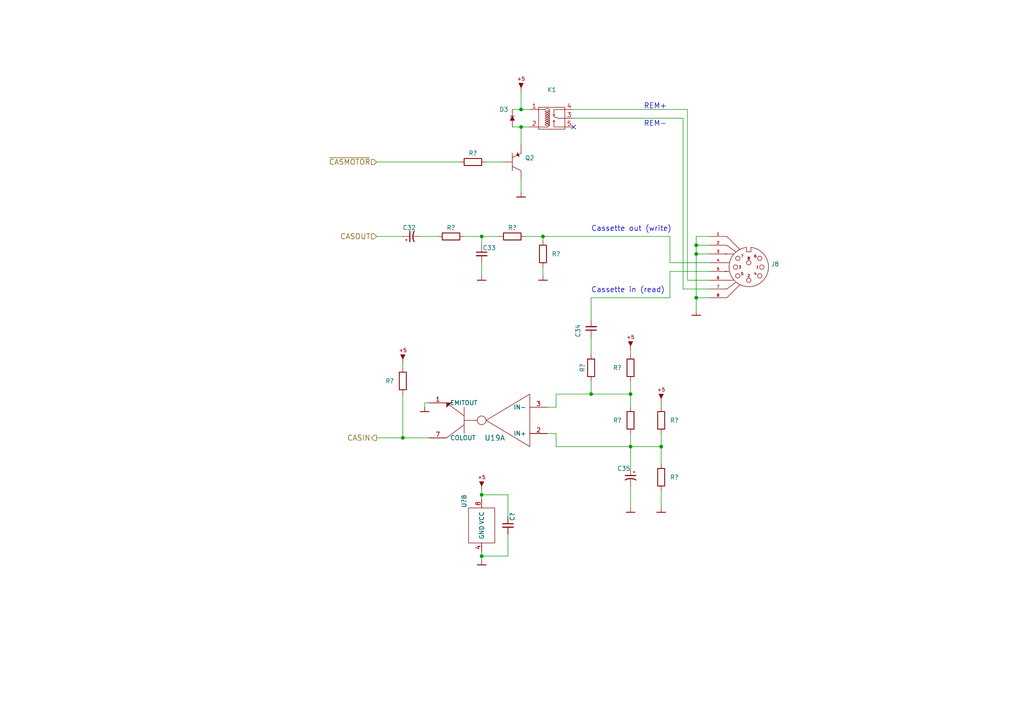
<source format=kicad_sch>
(kicad_sch (version 20211123) (generator eeschema)

  (uuid ba116096-3ccc-4cc8-a185-5325439e4e24)

  (paper "A4")

  (lib_symbols
    (symbol "artemisa:1N4448" (pin_numbers hide) (pin_names (offset 1.016)) (in_bom yes) (on_board yes)
      (property "Reference" "D" (id 0) (at 0 1.905 0)
        (effects (font (size 1.27 1.27)))
      )
      (property "Value" "1N4448" (id 1) (at 0 -1.905 0)
        (effects (font (size 1.27 1.27)))
      )
      (property "Footprint" "" (id 2) (at 1.27 0 0)
        (effects (font (size 1.524 1.524)) hide)
      )
      (property "Datasheet" "" (id 3) (at 1.27 0 0)
        (effects (font (size 1.524 1.524)) hide)
      )
      (symbol "1N4448_0_1"
        (polyline
          (pts
            (xy 0.635 0.635)
            (xy 0.635 -0.635)
          )
          (stroke (width 0) (type default) (color 0 0 0 0))
          (fill (type none))
        )
        (polyline
          (pts
            (xy -0.635 0.635)
            (xy -0.635 -0.635)
            (xy 0.635 0)
            (xy -0.635 0.635)
          )
          (stroke (width 0) (type default) (color 0 0 0 0))
          (fill (type outline))
        )
      )
      (symbol "1N4448_1_1"
        (pin passive line (at -2.54 0 0) (length 1.905)
          (name "~" (effects (font (size 1.27 1.27))))
          (number "1" (effects (font (size 1.27 1.27))))
        )
        (pin passive line (at 2.54 0 180) (length 1.905)
          (name "~" (effects (font (size 1.27 1.27))))
          (number "2" (effects (font (size 1.27 1.27))))
        )
      )
    )
    (symbol "artemisa:2N2907" (pin_numbers hide) (pin_names (offset 1.016) hide) (in_bom yes) (on_board yes)
      (property "Reference" "Q" (id 0) (at -3.81 3.81 0)
        (effects (font (size 1.27 1.27)))
      )
      (property "Value" "2N2907" (id 1) (at 2.54 0 0)
        (effects (font (size 1.27 1.27)))
      )
      (property "Footprint" "" (id 2) (at 0 0 0)
        (effects (font (size 1.524 1.524)) hide)
      )
      (property "Datasheet" "" (id 3) (at 0 0 0)
        (effects (font (size 1.524 1.524)) hide)
      )
      (symbol "2N2907_1_1"
        (polyline
          (pts
            (xy -2.54 -1.27)
            (xy 0 -2.54)
          )
          (stroke (width 0) (type default) (color 0 0 0 0))
          (fill (type none))
        )
        (polyline
          (pts
            (xy -2.54 1.27)
            (xy 0 2.54)
          )
          (stroke (width 0) (type default) (color 0 0 0 0))
          (fill (type none))
        )
        (polyline
          (pts
            (xy -2.54 2.54)
            (xy -2.54 -2.54)
          )
          (stroke (width 0) (type default) (color 0 0 0 0))
          (fill (type none))
        )
        (polyline
          (pts
            (xy -1.27 -1.905)
            (xy -1.016 -2.667)
            (xy -0.508 -1.651)
            (xy -1.27 -1.905)
          )
          (stroke (width 0) (type default) (color 0 0 0 0))
          (fill (type outline))
        )
        (pin input line (at 0 5.08 270) (length 2.54)
          (name "1C" (effects (font (size 1.27 1.27))))
          (number "1" (effects (font (size 1.27 1.27))))
        )
        (pin input line (at -5.08 0 0) (length 2.54)
          (name "B" (effects (font (size 1.27 1.27))))
          (number "2" (effects (font (size 1.27 1.27))))
        )
        (pin input line (at 0 -5.08 90) (length 2.54)
          (name "E" (effects (font (size 1.27 1.27))))
          (number "3" (effects (font (size 1.27 1.27))))
        )
      )
    )
    (symbol "artemisa:CP" (pin_numbers hide) (pin_names (offset 0.254) hide) (in_bom yes) (on_board yes)
      (property "Reference" "C" (id 0) (at 0.254 1.778 0)
        (effects (font (size 1.27 1.27)) (justify left))
      )
      (property "Value" "CP" (id 1) (at 0.254 -2.032 0)
        (effects (font (size 1.27 1.27)) (justify left))
      )
      (property "Footprint" "" (id 2) (at 0 0 0)
        (effects (font (size 1.27 1.27)) hide)
      )
      (property "Datasheet" "" (id 3) (at 0 0 0)
        (effects (font (size 1.27 1.27)) hide)
      )
      (property "ki_fp_filters" "CP_*" (id 4) (at 0 0 0)
        (effects (font (size 1.27 1.27)) hide)
      )
      (symbol "CP_0_1"
        (polyline
          (pts
            (xy -1.524 0.508)
            (xy 1.524 0.508)
          )
          (stroke (width 0.3048) (type default) (color 0 0 0 0))
          (fill (type none))
        )
        (polyline
          (pts
            (xy -1.27 1.524)
            (xy -0.762 1.524)
          )
          (stroke (width 0) (type default) (color 0 0 0 0))
          (fill (type none))
        )
        (polyline
          (pts
            (xy -1.016 1.27)
            (xy -1.016 1.778)
          )
          (stroke (width 0) (type default) (color 0 0 0 0))
          (fill (type none))
        )
        (arc (start 1.524 -0.762) (mid 0 -0.3734) (end -1.524 -0.762)
          (stroke (width 0.3048) (type default) (color 0 0 0 0))
          (fill (type none))
        )
      )
      (symbol "CP_1_1"
        (pin passive line (at 0 2.54 270) (length 2.032)
          (name "~" (effects (font (size 1.27 1.27))))
          (number "1" (effects (font (size 1.27 1.27))))
        )
        (pin passive line (at 0 -2.54 90) (length 2.032)
          (name "~" (effects (font (size 1.27 1.27))))
          (number "2" (effects (font (size 1.27 1.27))))
        )
      )
    )
    (symbol "artemisa:Cap" (pin_numbers hide) (pin_names (offset 0.254) hide) (in_bom yes) (on_board yes)
      (property "Reference" "C" (id 0) (at 0.254 1.778 0)
        (effects (font (size 1.27 1.27)) (justify left))
      )
      (property "Value" "Cap" (id 1) (at 0.254 -2.032 0)
        (effects (font (size 1.27 1.27)) (justify left))
      )
      (property "Footprint" "" (id 2) (at 0 0 0)
        (effects (font (size 1.27 1.27)) hide)
      )
      (property "Datasheet" "" (id 3) (at 0 0 0)
        (effects (font (size 1.27 1.27)) hide)
      )
      (property "ki_fp_filters" "C_*" (id 4) (at 0 0 0)
        (effects (font (size 1.27 1.27)) hide)
      )
      (symbol "Cap_0_1"
        (polyline
          (pts
            (xy -1.524 -0.508)
            (xy 1.524 -0.508)
          )
          (stroke (width 0.3302) (type default) (color 0 0 0 0))
          (fill (type none))
        )
        (polyline
          (pts
            (xy -1.524 0.508)
            (xy 1.524 0.508)
          )
          (stroke (width 0.3048) (type default) (color 0 0 0 0))
          (fill (type none))
        )
      )
      (symbol "Cap_1_1"
        (pin passive line (at 0 2.54 270) (length 2.032)
          (name "~" (effects (font (size 1.27 1.27))))
          (number "1" (effects (font (size 1.27 1.27))))
        )
        (pin passive line (at 0 -2.54 90) (length 2.032)
          (name "~" (effects (font (size 1.27 1.27))))
          (number "2" (effects (font (size 1.27 1.27))))
        )
      )
    )
    (symbol "artemisa:DIN8" (pin_names (offset 1.27) hide) (in_bom yes) (on_board yes)
      (property "Reference" "J" (id 0) (at 1.905 6.985 0)
        (effects (font (size 1.27 1.27)))
      )
      (property "Value" "DIN8" (id 1) (at 3.81 -6.985 0)
        (effects (font (size 1.27 1.27)))
      )
      (property "Footprint" "" (id 2) (at 0 0 0)
        (effects (font (size 1.27 1.27)) hide)
      )
      (property "Datasheet" "" (id 3) (at 0 0 0)
        (effects (font (size 1.27 1.27)) hide)
      )
      (symbol "DIN8_0_0"
        (polyline
          (pts
            (xy -0.635 5.715)
            (xy -0.635 4.445)
            (xy 0.635 4.445)
            (xy 0.635 5.715)
          )
          (stroke (width 0) (type default) (color 0 0 0 0))
          (fill (type none))
        )
        (text "1" (at 2.54 0 0)
          (effects (font (size 0.762 0.762)))
        )
        (text "2" (at 0 -2.54 0)
          (effects (font (size 0.762 0.762)))
        )
        (text "3" (at -2.54 0 0)
          (effects (font (size 0.762 0.762)))
        )
        (text "4" (at 1.905 -1.905 0)
          (effects (font (size 0.762 0.762)))
        )
        (text "5" (at -1.905 -1.905 0)
          (effects (font (size 0.762 0.762)))
        )
        (text "6" (at 1.905 3.175 0)
          (effects (font (size 0.762 0.762)))
        )
        (text "7" (at -1.905 3.175 0)
          (effects (font (size 0.762 0.762)))
        )
        (text "8" (at 0 2.54 0)
          (effects (font (size 0.762 0.762)))
        )
      )
      (symbol "DIN8_0_1"
        (arc (start -5.715 0) (mid 0 -5.715) (end 5.715 0)
          (stroke (width 0) (type default) (color 0 0 0 0))
          (fill (type none))
        )
        (circle (center -3.81 0) (radius 0.635)
          (stroke (width 0) (type default) (color 0 0 0 0))
          (fill (type none))
        )
        (circle (center -3.175 -2.54) (radius 0.635)
          (stroke (width 0) (type default) (color 0 0 0 0))
          (fill (type none))
        )
        (circle (center -3.175 2.54) (radius 0.635)
          (stroke (width 0) (type default) (color 0 0 0 0))
          (fill (type none))
        )
        (arc (start -0.635 5.715) (mid -4.2603 3.8255) (end -5.715 0)
          (stroke (width 0) (type default) (color 0 0 0 0))
          (fill (type none))
        )
        (circle (center 0 -3.81) (radius 0.635)
          (stroke (width 0) (type default) (color 0 0 0 0))
          (fill (type none))
        )
        (polyline
          (pts
            (xy -6.985 -3.81)
            (xy -4.445 -3.81)
          )
          (stroke (width 0) (type default) (color 0 0 0 0))
          (fill (type none))
        )
        (polyline
          (pts
            (xy -6.985 -1.27)
            (xy -5.715 -1.27)
          )
          (stroke (width 0) (type default) (color 0 0 0 0))
          (fill (type none))
        )
        (polyline
          (pts
            (xy -6.985 1.27)
            (xy -5.715 1.27)
          )
          (stroke (width 0) (type default) (color 0 0 0 0))
          (fill (type none))
        )
        (polyline
          (pts
            (xy -6.985 3.81)
            (xy -4.445 3.81)
          )
          (stroke (width 0) (type default) (color 0 0 0 0))
          (fill (type none))
        )
        (polyline
          (pts
            (xy -6.35 -8.89)
            (xy -2.54 -5.08)
          )
          (stroke (width 0) (type default) (color 0 0 0 0))
          (fill (type none))
        )
        (polyline
          (pts
            (xy -6.35 -6.35)
            (xy -3.81 -4.445)
          )
          (stroke (width 0) (type default) (color 0 0 0 0))
          (fill (type none))
        )
        (polyline
          (pts
            (xy -6.35 6.35)
            (xy -3.81 4.445)
          )
          (stroke (width 0) (type default) (color 0 0 0 0))
          (fill (type none))
        )
        (polyline
          (pts
            (xy -6.35 8.89)
            (xy -2.54 5.08)
          )
          (stroke (width 0) (type default) (color 0 0 0 0))
          (fill (type none))
        )
        (circle (center 0 1.27) (radius 0.635)
          (stroke (width 0) (type default) (color 0 0 0 0))
          (fill (type none))
        )
        (circle (center 3.175 -2.54) (radius 0.635)
          (stroke (width 0) (type default) (color 0 0 0 0))
          (fill (type none))
        )
        (circle (center 3.175 2.54) (radius 0.635)
          (stroke (width 0) (type default) (color 0 0 0 0))
          (fill (type none))
        )
        (circle (center 3.81 0) (radius 0.635)
          (stroke (width 0) (type default) (color 0 0 0 0))
          (fill (type none))
        )
        (arc (start 5.715 0) (mid 4.2698 3.8339) (end 0.635 5.715)
          (stroke (width 0) (type default) (color 0 0 0 0))
          (fill (type none))
        )
      )
      (symbol "DIN8_1_1"
        (pin input line (at -11.43 8.89 0) (length 5.08)
          (name "1" (effects (font (size 1.27 1.27))))
          (number "1" (effects (font (size 0.762 0.762))))
        )
        (pin input line (at -11.43 6.35 0) (length 5.08)
          (name "2" (effects (font (size 1.27 1.27))))
          (number "2" (effects (font (size 0.762 0.762))))
        )
        (pin input line (at -11.43 3.81 0) (length 5.08)
          (name "3" (effects (font (size 1.27 1.27))))
          (number "3" (effects (font (size 0.762 0.762))))
        )
        (pin input line (at -11.43 1.27 0) (length 5.08)
          (name "4" (effects (font (size 1.27 1.27))))
          (number "4" (effects (font (size 0.762 0.762))))
        )
        (pin input line (at -11.43 -1.27 0) (length 5.08)
          (name "5" (effects (font (size 1.27 1.27))))
          (number "5" (effects (font (size 0.762 0.762))))
        )
        (pin input line (at -11.43 -3.81 0) (length 5.08)
          (name "6" (effects (font (size 1.27 1.27))))
          (number "6" (effects (font (size 0.762 0.762))))
        )
        (pin input line (at -11.43 -6.35 0) (length 5.08)
          (name "7" (effects (font (size 1.27 1.27))))
          (number "7" (effects (font (size 0.762 0.762))))
        )
        (pin input line (at -11.43 -8.89 0) (length 5.08)
          (name "8" (effects (font (size 1.27 1.27))))
          (number "8" (effects (font (size 0.762 0.762))))
        )
      )
    )
    (symbol "artemisa:GND" (power) (pin_numbers hide) (pin_names (offset 0) hide) (in_bom yes) (on_board yes)
      (property "Reference" "#PWR" (id 0) (at 0 -2.54 0)
        (effects (font (size 1.524 1.524)) hide)
      )
      (property "Value" "GND" (id 1) (at 0 2.54 0)
        (effects (font (size 1.524 1.524)) hide)
      )
      (property "Footprint" "" (id 2) (at 0 0 0)
        (effects (font (size 1.524 1.524)) hide)
      )
      (property "Datasheet" "" (id 3) (at 0 0 0)
        (effects (font (size 1.524 1.524)) hide)
      )
      (symbol "GND_0_1"
        (polyline
          (pts
            (xy -1.27 -1.27)
            (xy 1.27 -1.27)
          )
          (stroke (width 0.254) (type default) (color 0 0 0 0))
          (fill (type none))
        )
      )
      (symbol "GND_1_1"
        (pin power_in line (at 0 0 270) (length 1.27)
          (name "GND" (effects (font (size 1.27 1.27))))
          (number "~" (effects (font (size 1.27 1.27))))
        )
      )
    )
    (symbol "artemisa:LM311" (pin_names (offset 1.016)) (in_bom yes) (on_board yes)
      (property "Reference" "U" (id 0) (at -6.35 5.08 0)
        (effects (font (size 1.524 1.524)))
      )
      (property "Value" "LM311" (id 1) (at -5.08 -6.35 0)
        (effects (font (size 1.524 1.524)))
      )
      (property "Footprint" "" (id 2) (at 0 0 0)
        (effects (font (size 1.524 1.524)) hide)
      )
      (property "Datasheet" "" (id 3) (at 0 0 0)
        (effects (font (size 1.524 1.524)) hide)
      )
      (symbol "LM311_1_1"
        (polyline
          (pts
            (xy 1.27 0)
            (xy 5.08 0)
          )
          (stroke (width 0) (type default) (color 0 0 0 0))
          (fill (type none))
        )
        (polyline
          (pts
            (xy 5.08 -1.27)
            (xy 10.16 -5.08)
          )
          (stroke (width 0) (type default) (color 0 0 0 0))
          (fill (type none))
        )
        (polyline
          (pts
            (xy 5.08 1.27)
            (xy 10.16 5.08)
          )
          (stroke (width 0) (type default) (color 0 0 0 0))
          (fill (type none))
        )
        (polyline
          (pts
            (xy 5.08 3.81)
            (xy 5.08 -3.81)
          )
          (stroke (width 0) (type default) (color 0 0 0 0))
          (fill (type none))
        )
        (polyline
          (pts
            (xy -1.27 0)
            (xy -13.97 -7.62)
            (xy -13.97 7.62)
            (xy -1.27 0)
          )
          (stroke (width 0) (type default) (color 0 0 0 0))
          (fill (type none))
        )
        (polyline
          (pts
            (xy 10.16 -5.08)
            (xy 10.16 -3.81)
            (xy 8.89 -5.08)
            (xy 10.16 -5.08)
          )
          (stroke (width 0) (type default) (color 0 0 0 0))
          (fill (type outline))
        )
        (circle (center 0 0) (radius 1.27)
          (stroke (width 0) (type default) (color 0 0 0 0))
          (fill (type none))
        )
        (pin passive line (at 15.24 -5.08 180) (length 5.08)
          (name "EMITOUT" (effects (font (size 1.27 1.27))))
          (number "1" (effects (font (size 1.27 1.27))))
        )
        (pin input line (at -19.05 3.81 0) (length 5.08)
          (name "IN+" (effects (font (size 1.27 1.27))))
          (number "2" (effects (font (size 1.27 1.27))))
        )
        (pin input line (at -19.05 -3.81 0) (length 5.08)
          (name "IN-" (effects (font (size 1.27 1.27))))
          (number "3" (effects (font (size 1.27 1.27))))
        )
        (pin no_connect line (at -13.97 -12.7 90) (length 5.08) hide
          (name "BALANCE" (effects (font (size 1.27 1.27))))
          (number "5" (effects (font (size 1.27 1.27))))
        )
        (pin no_connect line (at -13.97 12.7 270) (length 5.08) hide
          (name "BALSTRB" (effects (font (size 1.27 1.27))))
          (number "6" (effects (font (size 1.27 1.27))))
        )
        (pin output line (at 15.24 5.08 180) (length 5.08)
          (name "COLOUT" (effects (font (size 1.27 1.27))))
          (number "7" (effects (font (size 1.27 1.27))))
        )
      )
      (symbol "LM311_2_1"
        (rectangle (start -11.43 -5.08) (end -3.81 5.08)
          (stroke (width 0) (type default) (color 0 0 0 0))
          (fill (type none))
        )
        (pin power_in line (at -7.62 -7.62 90) (length 2.54)
          (name "GND" (effects (font (size 1.27 1.27))))
          (number "4" (effects (font (size 1.27 1.27))))
        )
        (pin power_in line (at -7.62 7.62 270) (length 2.54)
          (name "VCC" (effects (font (size 1.27 1.27))))
          (number "8" (effects (font (size 1.27 1.27))))
        )
      )
    )
    (symbol "artemisa:R" (pin_numbers hide) (pin_names (offset 1.016)) (in_bom yes) (on_board yes)
      (property "Reference" "R" (id 0) (at 0 -2.54 0)
        (effects (font (size 1.524 1.524)))
      )
      (property "Value" "R" (id 1) (at 0 0 0)
        (effects (font (size 1.016 1.016)))
      )
      (property "Footprint" "" (id 2) (at 0 0 90)
        (effects (font (size 1.524 1.524)) hide)
      )
      (property "Datasheet" "" (id 3) (at 0 0 90)
        (effects (font (size 1.524 1.524)) hide)
      )
      (symbol "R_1_1"
        (rectangle (start 2.54 -1.016) (end -2.54 1.016)
          (stroke (width 0.254) (type default) (color 0 0 0 0))
          (fill (type none))
        )
        (pin passive line (at -3.81 0 0) (length 1.27)
          (name "~" (effects (font (size 1.27 1.27))))
          (number "1" (effects (font (size 1.27 1.27))))
        )
        (pin passive line (at 3.81 0 180) (length 1.27)
          (name "~" (effects (font (size 1.27 1.27))))
          (number "2" (effects (font (size 1.27 1.27))))
        )
      )
    )
    (symbol "artemisa:Relay" (pin_names (offset 1.016)) (in_bom yes) (on_board yes)
      (property "Reference" "K" (id 0) (at 0 5.08 0)
        (effects (font (size 1.27 1.27)))
      )
      (property "Value" "Relay" (id 1) (at 0 -5.08 0)
        (effects (font (size 1.27 1.27)))
      )
      (property "Footprint" "" (id 2) (at 0.635 1.27 0)
        (effects (font (size 1.27 1.27)) hide)
      )
      (property "Datasheet" "" (id 3) (at 0.635 1.27 0)
        (effects (font (size 1.27 1.27)) hide)
      )
      (symbol "Relay_0_1"
        (rectangle (start -3.81 3.175) (end 3.81 -3.175)
          (stroke (width 0) (type default) (color 0 0 0 0))
          (fill (type none))
        )
        (arc (start -1.905 -2.54) (mid -1.1194 -2.5285) (end -0.635 -1.905)
          (stroke (width 0) (type default) (color 0 0 0 0))
          (fill (type none))
        )
        (arc (start -1.905 1.905) (mid -1.0575 1.7892) (end -0.635 2.54)
          (stroke (width 0) (type default) (color 0 0 0 0))
          (fill (type none))
        )
        (arc (start -0.635 1.905) (mid -1.27 2.168) (end -1.905 1.905)
          (stroke (width 0) (type default) (color 0 0 0 0))
          (fill (type none))
        )
        (arc (start -0.635 2.54) (mid -1.27 2.803) (end -1.905 2.54)
          (stroke (width 0) (type default) (color 0 0 0 0))
          (fill (type none))
        )
        (polyline
          (pts
            (xy -2.54 2.54)
            (xy -3.81 2.54)
          )
          (stroke (width 0) (type default) (color 0 0 0 0))
          (fill (type none))
        )
        (polyline
          (pts
            (xy -1.905 -2.54)
            (xy -3.81 -2.54)
          )
          (stroke (width 0) (type default) (color 0 0 0 0))
          (fill (type none))
        )
        (polyline
          (pts
            (xy -1.905 2.54)
            (xy -2.54 2.54)
          )
          (stroke (width 0) (type default) (color 0 0 0 0))
          (fill (type none))
        )
        (polyline
          (pts
            (xy 0.635 -0.635)
            (xy 0.381 -1.016)
          )
          (stroke (width 0) (type default) (color 0 0 0 0))
          (fill (type none))
        )
        (polyline
          (pts
            (xy 0.635 -0.635)
            (xy 0.889 -1.016)
          )
          (stroke (width 0) (type default) (color 0 0 0 0))
          (fill (type none))
        )
        (polyline
          (pts
            (xy 0.635 0.381)
            (xy 1.905 0)
          )
          (stroke (width 0) (type default) (color 0 0 0 0))
          (fill (type none))
        )
        (polyline
          (pts
            (xy 0.635 0.635)
            (xy 0.381 1.016)
          )
          (stroke (width 0) (type default) (color 0 0 0 0))
          (fill (type none))
        )
        (polyline
          (pts
            (xy 0.635 0.635)
            (xy 0.889 1.016)
          )
          (stroke (width 0) (type default) (color 0 0 0 0))
          (fill (type none))
        )
        (polyline
          (pts
            (xy 1.905 0)
            (xy 2.54 0)
          )
          (stroke (width 0) (type default) (color 0 0 0 0))
          (fill (type none))
        )
        (polyline
          (pts
            (xy 2.54 0)
            (xy 3.81 0)
          )
          (stroke (width 0) (type default) (color 0 0 0 0))
          (fill (type none))
        )
        (polyline
          (pts
            (xy 0.635 -0.635)
            (xy 0.635 -2.54)
            (xy 3.81 -2.54)
          )
          (stroke (width 0) (type default) (color 0 0 0 0))
          (fill (type none))
        )
        (polyline
          (pts
            (xy 0.635 0.635)
            (xy 0.635 2.54)
            (xy 3.81 2.54)
          )
          (stroke (width 0) (type default) (color 0 0 0 0))
          (fill (type none))
        )
      )
      (symbol "Relay_1_1"
        (arc (start -1.905 -1.905) (mid -1.0575 -2.0208) (end -0.635 -1.27)
          (stroke (width 0) (type default) (color 0 0 0 0))
          (fill (type none))
        )
        (arc (start -1.905 -1.27) (mid -1.0575 -1.3858) (end -0.635 -0.635)
          (stroke (width 0) (type default) (color 0 0 0 0))
          (fill (type none))
        )
        (arc (start -1.905 -0.635) (mid -1.0575 -0.7508) (end -0.635 0)
          (stroke (width 0) (type default) (color 0 0 0 0))
          (fill (type none))
        )
        (arc (start -1.905 0) (mid -1.0575 -0.1158) (end -0.635 0.635)
          (stroke (width 0) (type default) (color 0 0 0 0))
          (fill (type none))
        )
        (arc (start -1.905 0.635) (mid -1.0575 0.5192) (end -0.635 1.27)
          (stroke (width 0) (type default) (color 0 0 0 0))
          (fill (type none))
        )
        (arc (start -1.905 1.27) (mid -1.0575 1.1542) (end -0.635 1.905)
          (stroke (width 0) (type default) (color 0 0 0 0))
          (fill (type none))
        )
        (arc (start -0.635 -1.905) (mid -1.27 -1.642) (end -1.905 -1.905)
          (stroke (width 0) (type default) (color 0 0 0 0))
          (fill (type none))
        )
        (arc (start -0.635 -1.27) (mid -1.27 -1.007) (end -1.905 -1.27)
          (stroke (width 0) (type default) (color 0 0 0 0))
          (fill (type none))
        )
        (arc (start -0.635 -0.635) (mid -1.27 -0.372) (end -1.905 -0.635)
          (stroke (width 0) (type default) (color 0 0 0 0))
          (fill (type none))
        )
        (arc (start -0.635 0) (mid -1.27 0.263) (end -1.905 0)
          (stroke (width 0) (type default) (color 0 0 0 0))
          (fill (type none))
        )
        (arc (start -0.635 0.635) (mid -1.27 0.898) (end -1.905 0.635)
          (stroke (width 0) (type default) (color 0 0 0 0))
          (fill (type none))
        )
        (arc (start -0.635 1.27) (mid -1.27 1.533) (end -1.905 1.27)
          (stroke (width 0) (type default) (color 0 0 0 0))
          (fill (type none))
        )
        (pin input line (at -6.35 2.54 0) (length 2.54)
          (name "~" (effects (font (size 1.27 1.27))))
          (number "1" (effects (font (size 1.27 1.27))))
        )
        (pin input line (at -6.35 -2.54 0) (length 2.54)
          (name "~" (effects (font (size 1.27 1.27))))
          (number "2" (effects (font (size 1.27 1.27))))
        )
        (pin passive line (at 6.35 0 180) (length 2.54)
          (name "~" (effects (font (size 1.27 1.27))))
          (number "3" (effects (font (size 1.27 1.27))))
        )
        (pin passive line (at 6.35 2.54 180) (length 2.54)
          (name "~" (effects (font (size 1.27 1.27))))
          (number "4" (effects (font (size 1.27 1.27))))
        )
        (pin passive line (at 6.35 -2.54 180) (length 2.54)
          (name "~" (effects (font (size 1.27 1.27))))
          (number "5" (effects (font (size 1.27 1.27))))
        )
      )
    )
    (symbol "artemisa:VCC" (power) (pin_numbers hide) (pin_names (offset 0) hide) (in_bom yes) (on_board yes)
      (property "Reference" "#PWR" (id 0) (at 0 -1.27 0)
        (effects (font (size 1.524 1.524)) hide)
      )
      (property "Value" "VCC" (id 1) (at 0 6.35 0)
        (effects (font (size 1.524 1.524)) hide)
      )
      (property "Footprint" "" (id 2) (at 0 0 0)
        (effects (font (size 1.524 1.524)) hide)
      )
      (property "Datasheet" "" (id 3) (at 0 0 0)
        (effects (font (size 1.524 1.524)) hide)
      )
      (symbol "VCC_0_0"
        (text "+5" (at 0 3.81 0)
          (effects (font (size 1.016 1.016)))
        )
      )
      (symbol "VCC_0_1"
        (polyline
          (pts
            (xy 0 1.27)
            (xy 0.635 2.54)
            (xy -0.635 2.54)
            (xy 0 1.27)
          )
          (stroke (width 0) (type default) (color 0 0 0 0))
          (fill (type outline))
        )
      )
      (symbol "VCC_1_1"
        (pin power_in line (at 0 0 90) (length 1.27)
          (name "~" (effects (font (size 1.27 1.27))))
          (number "~" (effects (font (size 1.27 1.27))))
        )
      )
    )
  )

  (junction (at 151.13 36.83) (diameter 0) (color 0 0 0 0)
    (uuid 09c6ca89-863f-42d4-867e-9a769c316610)
  )
  (junction (at 182.88 129.54) (diameter 0) (color 0 0 0 0)
    (uuid 0a5610bb-d01a-4417-8271-dc424dd2c838)
  )
  (junction (at 139.7 143.51) (diameter 0) (color 0 0 0 0)
    (uuid 2d617fad-47fe-4db9-836a-4bceb9c31c3b)
  )
  (junction (at 151.13 31.75) (diameter 0) (color 0 0 0 0)
    (uuid 300aa512-2f66-4c26-a530-50c091b3a099)
  )
  (junction (at 139.7 161.29) (diameter 0) (color 0 0 0 0)
    (uuid 6316acb7-63a1-40e7-8695-2822d4a240b5)
  )
  (junction (at 201.93 71.12) (diameter 0) (color 0 0 0 0)
    (uuid 6b8ac91e-9d2b-49db-8a80-1da009ad1c5e)
  )
  (junction (at 182.88 114.3) (diameter 0) (color 0 0 0 0)
    (uuid 6f5a9f10-1b2c-4916-b4e5-cb5bd0f851a0)
  )
  (junction (at 116.84 127) (diameter 0) (color 0 0 0 0)
    (uuid 93ac15d8-5f91-4361-acff-be4992b93b51)
  )
  (junction (at 201.93 86.36) (diameter 0) (color 0 0 0 0)
    (uuid 9a595c4c-9ac1-4ae3-8ff3-1b7f2281a894)
  )
  (junction (at 201.93 73.66) (diameter 0) (color 0 0 0 0)
    (uuid 9b07d532-5f76-4469-8dbf-25ac27eef589)
  )
  (junction (at 139.7 68.58) (diameter 0) (color 0 0 0 0)
    (uuid c3a69550-c4fa-45d1-9aba-0bba47699cca)
  )
  (junction (at 191.77 129.54) (diameter 0) (color 0 0 0 0)
    (uuid d5f4d798-57d3-493b-b57c-3b6e89508879)
  )
  (junction (at 171.45 114.3) (diameter 0) (color 0 0 0 0)
    (uuid dd6c35f3-ae45-4706-ad6f-8028797ca8e0)
  )
  (junction (at 157.48 68.58) (diameter 0) (color 0 0 0 0)
    (uuid e0d7c1d9-102e-4758-a8b7-ff248f1ce315)
  )

  (no_connect (at 166.37 36.83) (uuid 8615dae0-65cf-4932-8e6f-9a0f32429a5e))

  (wire (pts (xy 171.45 86.36) (xy 171.45 92.71))
    (stroke (width 0) (type default) (color 0 0 0 0))
    (uuid 07652224-af43-42a2-841c-1883ba305bc4)
  )
  (wire (pts (xy 153.67 36.83) (xy 151.13 36.83))
    (stroke (width 0) (type default) (color 0 0 0 0))
    (uuid 11c7c8d4-4c4b-4330-bb59-1eec2e98b255)
  )
  (wire (pts (xy 205.74 81.28) (xy 199.39 81.28))
    (stroke (width 0) (type default) (color 0 0 0 0))
    (uuid 21573090-1953-4b11-9042-108ae79fe9c5)
  )
  (wire (pts (xy 139.7 68.58) (xy 144.78 68.58))
    (stroke (width 0) (type default) (color 0 0 0 0))
    (uuid 232ccf4f-3322-4e62-990b-290e6ff36fcd)
  )
  (wire (pts (xy 151.13 36.83) (xy 148.59 36.83))
    (stroke (width 0) (type default) (color 0 0 0 0))
    (uuid 28b01cd2-da3a-46ec-8825-b0f31a0b8987)
  )
  (wire (pts (xy 124.46 116.84) (xy 123.19 116.84))
    (stroke (width 0) (type default) (color 0 0 0 0))
    (uuid 2ba25c40-ea42-478e-9150-1d94fa1c8ae9)
  )
  (wire (pts (xy 205.74 83.82) (xy 198.12 83.82))
    (stroke (width 0) (type default) (color 0 0 0 0))
    (uuid 2cd3975a-2259-4fa9-8133-e1586b9b9618)
  )
  (wire (pts (xy 139.7 143.51) (xy 139.7 144.78))
    (stroke (width 0) (type default) (color 0 0 0 0))
    (uuid 2e36ce87-4661-4b8f-956a-16dc559e1b50)
  )
  (wire (pts (xy 152.4 68.58) (xy 157.48 68.58))
    (stroke (width 0) (type default) (color 0 0 0 0))
    (uuid 31bfc3e7-147b-4531-a0c5-e3a305c1647d)
  )
  (wire (pts (xy 182.88 110.49) (xy 182.88 114.3))
    (stroke (width 0) (type default) (color 0 0 0 0))
    (uuid 348dc703-3cab-4547-b664-e8b335a6083c)
  )
  (wire (pts (xy 151.13 36.83) (xy 151.13 41.91))
    (stroke (width 0) (type default) (color 0 0 0 0))
    (uuid 34ddb753-e57c-4ca8-a67b-d7cdf62cae93)
  )
  (wire (pts (xy 171.45 114.3) (xy 161.29 114.3))
    (stroke (width 0) (type default) (color 0 0 0 0))
    (uuid 39845449-7a31-4262-86b1-e7af14a6659f)
  )
  (wire (pts (xy 205.74 73.66) (xy 201.93 73.66))
    (stroke (width 0) (type default) (color 0 0 0 0))
    (uuid 3c121a93-b189-409b-a104-2bdd37ff0b51)
  )
  (wire (pts (xy 205.74 71.12) (xy 201.93 71.12))
    (stroke (width 0) (type default) (color 0 0 0 0))
    (uuid 3d416885-b8b5-4f5c-bc29-39c6376095e8)
  )
  (wire (pts (xy 161.29 118.11) (xy 158.75 118.11))
    (stroke (width 0) (type default) (color 0 0 0 0))
    (uuid 3f1ab70d-3263-42b5-9c61-0360188ff2b7)
  )
  (wire (pts (xy 116.84 114.3) (xy 116.84 127))
    (stroke (width 0) (type default) (color 0 0 0 0))
    (uuid 42b61d5b-39d6-462b-b2cc-57656078085f)
  )
  (wire (pts (xy 191.77 116.84) (xy 191.77 118.11))
    (stroke (width 0) (type default) (color 0 0 0 0))
    (uuid 42ecdba3-f348-4384-8d4b-cd21e56f3613)
  )
  (wire (pts (xy 139.7 76.2) (xy 139.7 80.01))
    (stroke (width 0) (type default) (color 0 0 0 0))
    (uuid 44b926bf-8bdd-4191-846d-2dfabab2cecb)
  )
  (wire (pts (xy 151.13 31.75) (xy 153.67 31.75))
    (stroke (width 0) (type default) (color 0 0 0 0))
    (uuid 46491a9d-8b3d-4c74-b09a-70c876f162e5)
  )
  (wire (pts (xy 147.32 143.51) (xy 147.32 149.86))
    (stroke (width 0) (type default) (color 0 0 0 0))
    (uuid 4688ff87-8262-46f4-ad96-b5f4e529cfa9)
  )
  (wire (pts (xy 157.48 68.58) (xy 157.48 69.85))
    (stroke (width 0) (type default) (color 0 0 0 0))
    (uuid 49488c82-6277-4d05-a051-6a9df142c373)
  )
  (wire (pts (xy 147.32 161.29) (xy 139.7 161.29))
    (stroke (width 0) (type default) (color 0 0 0 0))
    (uuid 4d3a1f72-d521-46ae-8fe1-3f8221038335)
  )
  (wire (pts (xy 205.74 68.58) (xy 201.93 68.58))
    (stroke (width 0) (type default) (color 0 0 0 0))
    (uuid 4d967454-338c-4b89-8534-9457e15bf2f2)
  )
  (wire (pts (xy 194.31 78.74) (xy 194.31 86.36))
    (stroke (width 0) (type default) (color 0 0 0 0))
    (uuid 4f2f68c4-6fa0-45ce-b5c2-e911daddcd12)
  )
  (wire (pts (xy 199.39 81.28) (xy 199.39 31.75))
    (stroke (width 0) (type default) (color 0 0 0 0))
    (uuid 53719fc4-141e-4c58-98cd-ab3bf9a4e1c0)
  )
  (wire (pts (xy 139.7 68.58) (xy 139.7 71.12))
    (stroke (width 0) (type default) (color 0 0 0 0))
    (uuid 58126faf-01a4-4f91-8e8c-ca9e47b48048)
  )
  (wire (pts (xy 182.88 101.6) (xy 182.88 102.87))
    (stroke (width 0) (type default) (color 0 0 0 0))
    (uuid 5a33f5a4-a470-4c04-9e2d-532b5f01a5d6)
  )
  (wire (pts (xy 133.35 46.99) (xy 109.22 46.99))
    (stroke (width 0) (type default) (color 0 0 0 0))
    (uuid 5a397f61-35c4-4c18-9dcd-73a2d44cc9af)
  )
  (wire (pts (xy 151.13 31.75) (xy 148.59 31.75))
    (stroke (width 0) (type default) (color 0 0 0 0))
    (uuid 5bbde4f9-fcdb-4d27-a2d6-3847fcdd87ba)
  )
  (wire (pts (xy 140.97 46.99) (xy 146.05 46.99))
    (stroke (width 0) (type default) (color 0 0 0 0))
    (uuid 5cff09b0-b3d4-41a7-a6a4-7f917b40eda9)
  )
  (wire (pts (xy 194.31 68.58) (xy 194.31 76.2))
    (stroke (width 0) (type default) (color 0 0 0 0))
    (uuid 5eedf685-0df3-4da8-aded-0e6ed1cb2507)
  )
  (wire (pts (xy 121.92 68.58) (xy 127 68.58))
    (stroke (width 0) (type default) (color 0 0 0 0))
    (uuid 63286bbb-78a3-4368-a50a-f6bf5f1653b0)
  )
  (wire (pts (xy 161.29 125.73) (xy 158.75 125.73))
    (stroke (width 0) (type default) (color 0 0 0 0))
    (uuid 692d87e9-6b70-46cc-9c78-b75193a484cc)
  )
  (wire (pts (xy 139.7 160.02) (xy 139.7 161.29))
    (stroke (width 0) (type default) (color 0 0 0 0))
    (uuid 6ce41a48-c5e2-4d5f-8548-1c7b5c309a8a)
  )
  (wire (pts (xy 191.77 129.54) (xy 191.77 134.62))
    (stroke (width 0) (type default) (color 0 0 0 0))
    (uuid 6d7ff8c0-8a2a-4636-844f-c7210ff3e6f2)
  )
  (wire (pts (xy 198.12 83.82) (xy 198.12 34.29))
    (stroke (width 0) (type default) (color 0 0 0 0))
    (uuid 70abf340-8b3e-403e-a5e2-d8f35caa2f87)
  )
  (wire (pts (xy 182.88 129.54) (xy 182.88 135.89))
    (stroke (width 0) (type default) (color 0 0 0 0))
    (uuid 74012f9c-57f0-452a-9ea1-1e3437e264b8)
  )
  (wire (pts (xy 182.88 114.3) (xy 171.45 114.3))
    (stroke (width 0) (type default) (color 0 0 0 0))
    (uuid 7d2eba81-aa80-4257-a5a7-9a6179da897e)
  )
  (wire (pts (xy 198.12 34.29) (xy 166.37 34.29))
    (stroke (width 0) (type default) (color 0 0 0 0))
    (uuid 7de6564c-7ad6-4d57-a54c-8d2835ff5cdc)
  )
  (wire (pts (xy 201.93 68.58) (xy 201.93 71.12))
    (stroke (width 0) (type default) (color 0 0 0 0))
    (uuid 7eb32ed1-4320-49ba-8487-1c88e4824fe3)
  )
  (wire (pts (xy 116.84 105.41) (xy 116.84 106.68))
    (stroke (width 0) (type default) (color 0 0 0 0))
    (uuid 83e349fb-6338-43f9-ad3f-2e7f4b8bb4a9)
  )
  (wire (pts (xy 139.7 142.24) (xy 139.7 143.51))
    (stroke (width 0) (type default) (color 0 0 0 0))
    (uuid 843b53af-dd34-4db8-aa6b-5035b25affc7)
  )
  (wire (pts (xy 157.48 68.58) (xy 194.31 68.58))
    (stroke (width 0) (type default) (color 0 0 0 0))
    (uuid 90fd611c-300b-48cf-a7c4-0d604953cd00)
  )
  (wire (pts (xy 151.13 52.07) (xy 151.13 55.88))
    (stroke (width 0) (type default) (color 0 0 0 0))
    (uuid 91c82043-0b26-427f-b23c-6094224ddfc2)
  )
  (wire (pts (xy 139.7 143.51) (xy 147.32 143.51))
    (stroke (width 0) (type default) (color 0 0 0 0))
    (uuid 92bd1111-b941-4c03-b7ec-a08a9359bc50)
  )
  (wire (pts (xy 201.93 86.36) (xy 201.93 90.17))
    (stroke (width 0) (type default) (color 0 0 0 0))
    (uuid 94c3d0e3-d7fb-421d-bbb4-5c800d76c809)
  )
  (wire (pts (xy 134.62 68.58) (xy 139.7 68.58))
    (stroke (width 0) (type default) (color 0 0 0 0))
    (uuid 9e136ac4-5d28-4814-9ebf-c30c372bc2ec)
  )
  (wire (pts (xy 191.77 125.73) (xy 191.77 129.54))
    (stroke (width 0) (type default) (color 0 0 0 0))
    (uuid 9f4abbc0-6ac3-48f0-b823-2c1c19349540)
  )
  (wire (pts (xy 205.74 86.36) (xy 201.93 86.36))
    (stroke (width 0) (type default) (color 0 0 0 0))
    (uuid a26bdee6-0e16-4ea6-87f7-fb32c714896e)
  )
  (wire (pts (xy 171.45 114.3) (xy 171.45 110.49))
    (stroke (width 0) (type default) (color 0 0 0 0))
    (uuid a6706c54-6a82-42d1-a6c9-48341690e19d)
  )
  (wire (pts (xy 161.29 129.54) (xy 161.29 125.73))
    (stroke (width 0) (type default) (color 0 0 0 0))
    (uuid aa0466c6-766f-4bb4-abf1-502a6a06f91d)
  )
  (wire (pts (xy 191.77 129.54) (xy 182.88 129.54))
    (stroke (width 0) (type default) (color 0 0 0 0))
    (uuid aae6bc05-6036-4fc6-8be7-c70daf5c8932)
  )
  (wire (pts (xy 201.93 73.66) (xy 201.93 86.36))
    (stroke (width 0) (type default) (color 0 0 0 0))
    (uuid b547dd70-2ea7-4cfd-a1ee-911561975d81)
  )
  (wire (pts (xy 147.32 154.94) (xy 147.32 161.29))
    (stroke (width 0) (type default) (color 0 0 0 0))
    (uuid b66731e7-61d5-4447-bf6a-e91a62b82298)
  )
  (wire (pts (xy 123.19 116.84) (xy 123.19 118.11))
    (stroke (width 0) (type default) (color 0 0 0 0))
    (uuid b7ac5cea-ed28-4028-87d0-45e58c709cf1)
  )
  (wire (pts (xy 171.45 86.36) (xy 194.31 86.36))
    (stroke (width 0) (type default) (color 0 0 0 0))
    (uuid b8e1a8b8-63f0-4e53-a6cb-c8edf9a649c4)
  )
  (wire (pts (xy 182.88 114.3) (xy 182.88 118.11))
    (stroke (width 0) (type default) (color 0 0 0 0))
    (uuid bde3f73b-f869-498d-a8d7-18346cb7179e)
  )
  (wire (pts (xy 171.45 102.87) (xy 171.45 97.79))
    (stroke (width 0) (type default) (color 0 0 0 0))
    (uuid bf8d857b-70bf-41ee-a068-5771461e04e9)
  )
  (wire (pts (xy 157.48 77.47) (xy 157.48 80.01))
    (stroke (width 0) (type default) (color 0 0 0 0))
    (uuid c20aea50-e9e4-4978-b938-d613d445aab7)
  )
  (wire (pts (xy 199.39 31.75) (xy 166.37 31.75))
    (stroke (width 0) (type default) (color 0 0 0 0))
    (uuid c5565d96-c729-4597-a74f-7f75befcc39d)
  )
  (wire (pts (xy 139.7 161.29) (xy 139.7 162.56))
    (stroke (width 0) (type default) (color 0 0 0 0))
    (uuid c56bbebe-0c9a-418d-911e-b8ba7c53125d)
  )
  (wire (pts (xy 201.93 71.12) (xy 201.93 73.66))
    (stroke (width 0) (type default) (color 0 0 0 0))
    (uuid c7f7bd58-1ebd-40fd-a39d-a95530a751b6)
  )
  (wire (pts (xy 151.13 26.67) (xy 151.13 31.75))
    (stroke (width 0) (type default) (color 0 0 0 0))
    (uuid cdfb661b-489b-4b76-99f4-62b92bb1ab18)
  )
  (wire (pts (xy 182.88 140.97) (xy 182.88 147.32))
    (stroke (width 0) (type default) (color 0 0 0 0))
    (uuid d1441985-7b63-4bf8-a06d-c70da2e3b78b)
  )
  (wire (pts (xy 161.29 114.3) (xy 161.29 118.11))
    (stroke (width 0) (type default) (color 0 0 0 0))
    (uuid d2db53d0-2821-4ebe-bf21-b864eac8ca44)
  )
  (wire (pts (xy 182.88 129.54) (xy 161.29 129.54))
    (stroke (width 0) (type default) (color 0 0 0 0))
    (uuid d6040293-95f0-436a-938c-ad69875a4be8)
  )
  (wire (pts (xy 124.46 127) (xy 116.84 127))
    (stroke (width 0) (type default) (color 0 0 0 0))
    (uuid df5c9f6b-a62e-44ba-997f-b2cf3279c7d4)
  )
  (wire (pts (xy 116.84 68.58) (xy 109.22 68.58))
    (stroke (width 0) (type default) (color 0 0 0 0))
    (uuid e4184668-3bdd-4cb2-a053-4f3d5e57b541)
  )
  (wire (pts (xy 191.77 142.24) (xy 191.77 147.32))
    (stroke (width 0) (type default) (color 0 0 0 0))
    (uuid e4504518-96e7-4c9e-8457-7273f5a490f1)
  )
  (wire (pts (xy 182.88 125.73) (xy 182.88 129.54))
    (stroke (width 0) (type default) (color 0 0 0 0))
    (uuid ea28e946-b74f-4ba8-ac7b-b1884c5e7296)
  )
  (wire (pts (xy 109.22 127) (xy 116.84 127))
    (stroke (width 0) (type default) (color 0 0 0 0))
    (uuid f284b1e2-75a4-4a3f-a5f4-6f05f15fb4f5)
  )
  (wire (pts (xy 194.31 76.2) (xy 205.74 76.2))
    (stroke (width 0) (type default) (color 0 0 0 0))
    (uuid fc4f0835-889b-4d2e-876e-ca524c79ae62)
  )
  (wire (pts (xy 205.74 78.74) (xy 194.31 78.74))
    (stroke (width 0) (type default) (color 0 0 0 0))
    (uuid fe4869dc-e96e-4bb4-a38d-2ca990635f2d)
  )

  (text "Cassette in (read)" (at 171.45 85.09 0)
    (effects (font (size 1.524 1.524)) (justify left bottom))
    (uuid 37657eee-b379-4145-b65d-79c82b53e49e)
  )
  (text "Cassette out (write)" (at 171.45 67.31 0)
    (effects (font (size 1.524 1.524)) (justify left bottom))
    (uuid 7668b629-abd6-4e14-be84-df90ae487fc6)
  )
  (text "REM+" (at 186.69 31.75 0)
    (effects (font (size 1.524 1.524)) (justify left bottom))
    (uuid dff67d5c-d976-4516-ae67-dbbdb70f8ddd)
  )
  (text "REM-" (at 186.69 36.83 0)
    (effects (font (size 1.524 1.524)) (justify left bottom))
    (uuid f6dcb5b4-0971-448a-b9ab-6db37a750704)
  )

  (hierarchical_label "CASOUT" (shape input) (at 109.22 68.58 180)
    (effects (font (size 1.524 1.524)) (justify right))
    (uuid 7274c82d-0cb9-47de-b093-7d848f491410)
  )
  (hierarchical_label "CASIN" (shape output) (at 109.22 127 180)
    (effects (font (size 1.524 1.524)) (justify right))
    (uuid acb6c3f3-e677-4f35-9fc2-138ba10f33af)
  )
  (hierarchical_label "~{CASMOTOR}" (shape input) (at 109.22 46.99 180)
    (effects (font (size 1.524 1.524)) (justify right))
    (uuid ea745685-58a4-4364-a674-15381eadb187)
  )

  (symbol (lib_id "artemisa:CP") (at 119.38 68.58 90) (unit 1)
    (in_bom yes) (on_board yes)
    (uuid 00000000-0000-0000-0000-00005b11a155)
    (property "Reference" "C32" (id 0) (at 120.65 66.04 90)
      (effects (font (size 1.27 1.27)) (justify left))
    )
    (property "Value" "" (id 1) (at 120.65 71.12 90)
      (effects (font (size 1.27 1.27)) (justify left))
    )
    (property "Footprint" "" (id 2) (at 119.38 68.58 0)
      (effects (font (size 1.27 1.27)) hide)
    )
    (property "Datasheet" "" (id 3) (at 119.38 68.58 0)
      (effects (font (size 1.27 1.27)) hide)
    )
    (pin "1" (uuid 931b2192-b16b-4ebe-b929-3a8ff8451b32))
    (pin "2" (uuid 52a0f0b5-ecc7-4927-b13c-0655c9a7b663))
  )

  (symbol (lib_id "artemisa:R") (at 130.81 68.58 180) (unit 1)
    (in_bom yes) (on_board yes)
    (uuid 00000000-0000-0000-0000-00005b11a1ea)
    (property "Reference" "R?" (id 0) (at 130.81 66.04 0))
    (property "Value" "" (id 1) (at 132.08 68.58 0)
      (effects (font (size 0.9906 0.9906)) (justify left))
    )
    (property "Footprint" "" (id 2) (at 130.81 68.58 0)
      (effects (font (size 1.27 1.27)) hide)
    )
    (property "Datasheet" "" (id 3) (at 130.81 68.58 0)
      (effects (font (size 1.27 1.27)) hide)
    )
    (pin "1" (uuid da8c55c6-63df-473c-9e1e-fdce7c38b264))
    (pin "2" (uuid 7d646651-5aef-453f-ad93-710225b27da3))
  )

  (symbol (lib_id "artemisa:Cap") (at 139.7 73.66 0) (unit 1)
    (in_bom yes) (on_board yes)
    (uuid 00000000-0000-0000-0000-00005b11a2b9)
    (property "Reference" "C33" (id 0) (at 139.954 71.882 0)
      (effects (font (size 1.27 1.27)) (justify left))
    )
    (property "Value" "" (id 1) (at 139.954 75.692 0)
      (effects (font (size 1.27 1.27)) (justify left))
    )
    (property "Footprint" "" (id 2) (at 139.7 73.66 0)
      (effects (font (size 1.27 1.27)) hide)
    )
    (property "Datasheet" "" (id 3) (at 139.7 73.66 0)
      (effects (font (size 1.27 1.27)) hide)
    )
    (pin "1" (uuid 24217754-65f8-4058-9ca8-8216e58d0e1a))
    (pin "2" (uuid 8a32e254-34b1-4b9c-b7a4-13d903135be2))
  )

  (symbol (lib_id "artemisa:R") (at 148.59 68.58 180) (unit 1)
    (in_bom yes) (on_board yes)
    (uuid 00000000-0000-0000-0000-00005b11a382)
    (property "Reference" "R?" (id 0) (at 148.59 66.04 0))
    (property "Value" "" (id 1) (at 149.86 68.58 0)
      (effects (font (size 0.9906 0.9906)) (justify left))
    )
    (property "Footprint" "" (id 2) (at 148.59 68.58 0)
      (effects (font (size 1.27 1.27)) hide)
    )
    (property "Datasheet" "" (id 3) (at 148.59 68.58 0)
      (effects (font (size 1.27 1.27)) hide)
    )
    (pin "1" (uuid 374c4568-f98c-4a3b-bfa7-14b15a7f3bfc))
    (pin "2" (uuid f01efdb1-881c-40a2-bc25-404d9fd4e172))
  )

  (symbol (lib_id "artemisa:R") (at 157.48 73.66 90) (unit 1)
    (in_bom yes) (on_board yes)
    (uuid 00000000-0000-0000-0000-00005b11a3ca)
    (property "Reference" "R?" (id 0) (at 161.29 73.66 90))
    (property "Value" "" (id 1) (at 157.48 74.93 0)
      (effects (font (size 0.9906 0.9906)) (justify left))
    )
    (property "Footprint" "" (id 2) (at 157.48 73.66 0)
      (effects (font (size 1.27 1.27)) hide)
    )
    (property "Datasheet" "" (id 3) (at 157.48 73.66 0)
      (effects (font (size 1.27 1.27)) hide)
    )
    (pin "1" (uuid 17f53ec4-9be0-4fb0-9a99-672dccf27e8c))
    (pin "2" (uuid 149c923d-6bfb-4443-928c-8ce70b045d32))
  )

  (symbol (lib_id "artemisa:LM311") (at 139.7 121.92 180) (unit 1)
    (in_bom yes) (on_board yes)
    (uuid 00000000-0000-0000-0000-00005b13bc96)
    (property "Reference" "U19" (id 0) (at 143.51 127 0)
      (effects (font (size 1.524 1.524)))
    )
    (property "Value" "" (id 1) (at 144.78 115.57 0)
      (effects (font (size 1.524 1.524)))
    )
    (property "Footprint" "" (id 2) (at 139.7 121.92 0)
      (effects (font (size 1.524 1.524)) hide)
    )
    (property "Datasheet" "" (id 3) (at 139.7 121.92 0)
      (effects (font (size 1.524 1.524)) hide)
    )
    (pin "1" (uuid d70c9649-607c-492f-b96e-fec63efe12b2))
    (pin "2" (uuid 1a788a85-8753-4a48-9586-79783ab77965))
    (pin "3" (uuid 966da41f-7bd6-4c80-bba8-83d73a7d684a))
    (pin "5" (uuid fe1fc527-60b6-4641-947d-42c4e081bc8b))
    (pin "6" (uuid e3e04a0c-a620-4d6e-aba5-7ac3eec49805))
    (pin "7" (uuid 04e7ba59-3bd7-4a62-a1c4-ba759fe84e42))
    (pin "4" (uuid c7d36c0c-447d-4f81-acf5-154b24f35764))
    (pin "8" (uuid 4205cfbe-85cf-40b7-8336-10edf324d3ef))
  )

  (symbol (lib_id "artemisa:R") (at 116.84 110.49 270) (mirror x) (unit 1)
    (in_bom yes) (on_board yes)
    (uuid 00000000-0000-0000-0000-00005b13bdd4)
    (property "Reference" "R?" (id 0) (at 113.03 110.49 90))
    (property "Value" "" (id 1) (at 116.84 110.49 0)
      (effects (font (size 0.9906 0.9906)))
    )
    (property "Footprint" "" (id 2) (at 116.84 110.49 0)
      (effects (font (size 1.27 1.27)) hide)
    )
    (property "Datasheet" "" (id 3) (at 116.84 110.49 0)
      (effects (font (size 1.27 1.27)) hide)
    )
    (pin "1" (uuid 0a098971-8170-4313-af7d-cc4b35a48563))
    (pin "2" (uuid 9b821643-0a09-4ed0-af40-76467a90d5d5))
  )

  (symbol (lib_id "artemisa:R") (at 182.88 121.92 90) (mirror x) (unit 1)
    (in_bom yes) (on_board yes)
    (uuid 00000000-0000-0000-0000-00005b13c12f)
    (property "Reference" "R?" (id 0) (at 179.07 121.92 90))
    (property "Value" "" (id 1) (at 182.88 121.92 0)
      (effects (font (size 0.9906 0.9906)))
    )
    (property "Footprint" "" (id 2) (at 182.88 121.92 0)
      (effects (font (size 1.27 1.27)) hide)
    )
    (property "Datasheet" "" (id 3) (at 182.88 121.92 0)
      (effects (font (size 1.27 1.27)) hide)
    )
    (pin "1" (uuid 7dd06ec4-8687-438c-a075-5ce3cb2e7cf5))
    (pin "2" (uuid 137a7213-3484-4517-87fb-445aeea88cde))
  )

  (symbol (lib_id "artemisa:CP") (at 182.88 138.43 0) (mirror y) (unit 1)
    (in_bom yes) (on_board yes)
    (uuid 00000000-0000-0000-0000-00005b13c2f1)
    (property "Reference" "C35" (id 0) (at 182.88 135.89 0)
      (effects (font (size 1.27 1.27)) (justify left))
    )
    (property "Value" "" (id 1) (at 182.88 140.97 0)
      (effects (font (size 1.27 1.27)) (justify left))
    )
    (property "Footprint" "" (id 2) (at 182.88 138.43 0)
      (effects (font (size 1.27 1.27)) hide)
    )
    (property "Datasheet" "" (id 3) (at 182.88 138.43 0)
      (effects (font (size 1.27 1.27)) hide)
    )
    (pin "1" (uuid ebe815b7-18d0-4f85-a3fd-baf51bc8a06b))
    (pin "2" (uuid 9c429131-c48d-422f-b3a3-3c1346e015ad))
  )

  (symbol (lib_id "artemisa:R") (at 191.77 121.92 270) (mirror x) (unit 1)
    (in_bom yes) (on_board yes)
    (uuid 00000000-0000-0000-0000-00005b13c484)
    (property "Reference" "R?" (id 0) (at 195.58 121.92 90))
    (property "Value" "" (id 1) (at 191.77 121.92 0)
      (effects (font (size 0.9906 0.9906)))
    )
    (property "Footprint" "" (id 2) (at 191.77 121.92 0)
      (effects (font (size 1.27 1.27)) hide)
    )
    (property "Datasheet" "" (id 3) (at 191.77 121.92 0)
      (effects (font (size 1.27 1.27)) hide)
    )
    (pin "1" (uuid 0c32414a-c8c9-4d57-bcbb-7a32976a7918))
    (pin "2" (uuid 8e194a28-9dfb-415a-b20c-ce4bfa149fb2))
  )

  (symbol (lib_id "artemisa:R") (at 191.77 138.43 270) (mirror x) (unit 1)
    (in_bom yes) (on_board yes)
    (uuid 00000000-0000-0000-0000-00005b13c501)
    (property "Reference" "R?" (id 0) (at 195.58 138.43 90))
    (property "Value" "" (id 1) (at 191.77 138.43 0)
      (effects (font (size 0.9906 0.9906)))
    )
    (property "Footprint" "" (id 2) (at 191.77 138.43 0)
      (effects (font (size 1.27 1.27)) hide)
    )
    (property "Datasheet" "" (id 3) (at 191.77 138.43 0)
      (effects (font (size 1.27 1.27)) hide)
    )
    (pin "1" (uuid afc218b4-6ce8-4742-9485-86399056c336))
    (pin "2" (uuid 57a1dffe-23ec-4be5-9261-f41914073183))
  )

  (symbol (lib_id "artemisa:Cap") (at 171.45 95.25 0) (mirror x) (unit 1)
    (in_bom yes) (on_board yes)
    (uuid 00000000-0000-0000-0000-00005b13c72e)
    (property "Reference" "C34" (id 0) (at 167.64 93.98 90)
      (effects (font (size 1.27 1.27)) (justify left))
    )
    (property "Value" "" (id 1) (at 175.26 92.71 90)
      (effects (font (size 1.27 1.27)) (justify left))
    )
    (property "Footprint" "" (id 2) (at 171.45 95.25 0)
      (effects (font (size 1.27 1.27)) hide)
    )
    (property "Datasheet" "" (id 3) (at 171.45 95.25 0)
      (effects (font (size 1.27 1.27)) hide)
    )
    (pin "1" (uuid 1aba87f5-7751-4be0-b597-73a1c5598236))
    (pin "2" (uuid 78cb5347-98db-40d1-8eea-cf17a6cf7a4d))
  )

  (symbol (lib_id "artemisa:R") (at 171.45 106.68 90) (mirror x) (unit 1)
    (in_bom yes) (on_board yes)
    (uuid 00000000-0000-0000-0000-00005b13cba2)
    (property "Reference" "R?" (id 0) (at 168.91 106.68 0))
    (property "Value" "" (id 1) (at 171.45 106.68 0)
      (effects (font (size 0.9906 0.9906)))
    )
    (property "Footprint" "" (id 2) (at 171.45 106.68 0)
      (effects (font (size 1.27 1.27)) hide)
    )
    (property "Datasheet" "" (id 3) (at 171.45 106.68 0)
      (effects (font (size 1.27 1.27)) hide)
    )
    (pin "1" (uuid e117b9a3-4868-45c7-860c-7a0459b0683b))
    (pin "2" (uuid dda26709-9540-42e6-9c7d-1d0e3f87b317))
  )

  (symbol (lib_id "artemisa:R") (at 182.88 106.68 270) (mirror x) (unit 1)
    (in_bom yes) (on_board yes)
    (uuid 00000000-0000-0000-0000-00005b13cc4b)
    (property "Reference" "R?" (id 0) (at 179.07 106.68 90))
    (property "Value" "" (id 1) (at 182.88 106.68 0)
      (effects (font (size 0.9906 0.9906)))
    )
    (property "Footprint" "" (id 2) (at 182.88 106.68 0)
      (effects (font (size 1.27 1.27)) hide)
    )
    (property "Datasheet" "" (id 3) (at 182.88 106.68 0)
      (effects (font (size 1.27 1.27)) hide)
    )
    (pin "1" (uuid 4b9d9aff-3881-4ae0-ae0f-4cf8718674dd))
    (pin "2" (uuid 457053ac-d2d0-480f-bbde-95135ea25497))
  )

  (symbol (lib_id "artemisa:VCC") (at 116.84 105.41 0) (unit 1)
    (in_bom yes) (on_board yes)
    (uuid 00000000-0000-0000-0000-00005c2dc4c4)
    (property "Reference" "#PWR0122" (id 0) (at 116.84 106.68 0)
      (effects (font (size 1.524 1.524)) hide)
    )
    (property "Value" "" (id 1) (at 116.84 99.06 0)
      (effects (font (size 1.524 1.524)) hide)
    )
    (property "Footprint" "" (id 2) (at 116.84 105.41 0)
      (effects (font (size 1.524 1.524)) hide)
    )
    (property "Datasheet" "" (id 3) (at 116.84 105.41 0)
      (effects (font (size 1.524 1.524)) hide)
    )
    (pin "~" (uuid e843c0d8-b84e-4163-9e56-4cc72182e39a))
  )

  (symbol (lib_id "artemisa:VCC") (at 191.77 116.84 0) (unit 1)
    (in_bom yes) (on_board yes)
    (uuid 00000000-0000-0000-0000-00005c2dc552)
    (property "Reference" "#PWR0123" (id 0) (at 191.77 118.11 0)
      (effects (font (size 1.524 1.524)) hide)
    )
    (property "Value" "" (id 1) (at 191.77 110.49 0)
      (effects (font (size 1.524 1.524)) hide)
    )
    (property "Footprint" "" (id 2) (at 191.77 116.84 0)
      (effects (font (size 1.524 1.524)) hide)
    )
    (property "Datasheet" "" (id 3) (at 191.77 116.84 0)
      (effects (font (size 1.524 1.524)) hide)
    )
    (pin "~" (uuid 3896d8e3-13c4-4e01-a766-927ff0202f2b))
  )

  (symbol (lib_id "artemisa:VCC") (at 182.88 101.6 0) (unit 1)
    (in_bom yes) (on_board yes)
    (uuid 00000000-0000-0000-0000-00005c2dc58e)
    (property "Reference" "#PWR0121" (id 0) (at 182.88 102.87 0)
      (effects (font (size 1.524 1.524)) hide)
    )
    (property "Value" "" (id 1) (at 182.88 95.25 0)
      (effects (font (size 1.524 1.524)) hide)
    )
    (property "Footprint" "" (id 2) (at 182.88 101.6 0)
      (effects (font (size 1.524 1.524)) hide)
    )
    (property "Datasheet" "" (id 3) (at 182.88 101.6 0)
      (effects (font (size 1.524 1.524)) hide)
    )
    (pin "~" (uuid d92e57a2-5431-49a8-b156-075b98e57e52))
  )

  (symbol (lib_id "artemisa:GND") (at 201.93 90.17 0) (unit 1)
    (in_bom yes) (on_board yes)
    (uuid 00000000-0000-0000-0000-00005c2dc5d0)
    (property "Reference" "#PWR0120" (id 0) (at 201.93 92.71 0)
      (effects (font (size 1.524 1.524)) hide)
    )
    (property "Value" "" (id 1) (at 201.93 87.63 0)
      (effects (font (size 1.524 1.524)) hide)
    )
    (property "Footprint" "" (id 2) (at 201.93 90.17 0)
      (effects (font (size 1.524 1.524)) hide)
    )
    (property "Datasheet" "" (id 3) (at 201.93 90.17 0)
      (effects (font (size 1.524 1.524)) hide)
    )
    (pin "~" (uuid 42431c3c-d404-476a-ab39-67c4ebc4b409))
  )

  (symbol (lib_id "artemisa:GND") (at 123.19 118.11 0) (unit 1)
    (in_bom yes) (on_board yes)
    (uuid 00000000-0000-0000-0000-00005c2dc6ba)
    (property "Reference" "#PWR0124" (id 0) (at 123.19 120.65 0)
      (effects (font (size 1.524 1.524)) hide)
    )
    (property "Value" "" (id 1) (at 123.19 115.57 0)
      (effects (font (size 1.524 1.524)) hide)
    )
    (property "Footprint" "" (id 2) (at 123.19 118.11 0)
      (effects (font (size 1.524 1.524)) hide)
    )
    (property "Datasheet" "" (id 3) (at 123.19 118.11 0)
      (effects (font (size 1.524 1.524)) hide)
    )
    (pin "~" (uuid 00cf998a-a93b-44fd-a69a-31879d451d5c))
  )

  (symbol (lib_id "artemisa:GND") (at 182.88 147.32 0) (unit 1)
    (in_bom yes) (on_board yes)
    (uuid 00000000-0000-0000-0000-00005c2dc6e5)
    (property "Reference" "#PWR0125" (id 0) (at 182.88 149.86 0)
      (effects (font (size 1.524 1.524)) hide)
    )
    (property "Value" "" (id 1) (at 182.88 144.78 0)
      (effects (font (size 1.524 1.524)) hide)
    )
    (property "Footprint" "" (id 2) (at 182.88 147.32 0)
      (effects (font (size 1.524 1.524)) hide)
    )
    (property "Datasheet" "" (id 3) (at 182.88 147.32 0)
      (effects (font (size 1.524 1.524)) hide)
    )
    (pin "~" (uuid b1963135-4b74-43e8-9957-bccbc74407af))
  )

  (symbol (lib_id "artemisa:GND") (at 191.77 147.32 0) (unit 1)
    (in_bom yes) (on_board yes)
    (uuid 00000000-0000-0000-0000-00005c2dc710)
    (property "Reference" "#PWR0126" (id 0) (at 191.77 149.86 0)
      (effects (font (size 1.524 1.524)) hide)
    )
    (property "Value" "" (id 1) (at 191.77 144.78 0)
      (effects (font (size 1.524 1.524)) hide)
    )
    (property "Footprint" "" (id 2) (at 191.77 147.32 0)
      (effects (font (size 1.524 1.524)) hide)
    )
    (property "Datasheet" "" (id 3) (at 191.77 147.32 0)
      (effects (font (size 1.524 1.524)) hide)
    )
    (pin "~" (uuid aa8de8f4-81c7-4340-b57a-e29b4bba9044))
  )

  (symbol (lib_id "artemisa:GND") (at 139.7 80.01 0) (unit 1)
    (in_bom yes) (on_board yes)
    (uuid 00000000-0000-0000-0000-00005c2dcc78)
    (property "Reference" "#PWR0118" (id 0) (at 139.7 82.55 0)
      (effects (font (size 1.524 1.524)) hide)
    )
    (property "Value" "" (id 1) (at 139.7 77.47 0)
      (effects (font (size 1.524 1.524)) hide)
    )
    (property "Footprint" "" (id 2) (at 139.7 80.01 0)
      (effects (font (size 1.524 1.524)) hide)
    )
    (property "Datasheet" "" (id 3) (at 139.7 80.01 0)
      (effects (font (size 1.524 1.524)) hide)
    )
    (pin "~" (uuid 06114002-5a85-4c69-99bb-78375bc85542))
  )

  (symbol (lib_id "artemisa:GND") (at 157.48 80.01 0) (unit 1)
    (in_bom yes) (on_board yes)
    (uuid 00000000-0000-0000-0000-00005c2dcca3)
    (property "Reference" "#PWR0119" (id 0) (at 157.48 82.55 0)
      (effects (font (size 1.524 1.524)) hide)
    )
    (property "Value" "" (id 1) (at 157.48 77.47 0)
      (effects (font (size 1.524 1.524)) hide)
    )
    (property "Footprint" "" (id 2) (at 157.48 80.01 0)
      (effects (font (size 1.524 1.524)) hide)
    )
    (property "Datasheet" "" (id 3) (at 157.48 80.01 0)
      (effects (font (size 1.524 1.524)) hide)
    )
    (pin "~" (uuid ec0d6334-b79d-4f7a-b010-14175ae76639))
  )

  (symbol (lib_id "artemisa:DIN8") (at 217.17 77.47 0) (unit 1)
    (in_bom yes) (on_board yes)
    (uuid 00000000-0000-0000-0000-00005c3aed09)
    (property "Reference" "J8" (id 0) (at 223.5962 76.6064 0)
      (effects (font (size 1.27 1.27)) (justify left))
    )
    (property "Value" "" (id 1) (at 223.5962 78.9178 0)
      (effects (font (size 1.27 1.27)) (justify left))
    )
    (property "Footprint" "" (id 2) (at 217.17 77.47 0)
      (effects (font (size 1.27 1.27)) hide)
    )
    (property "Datasheet" "" (id 3) (at 217.17 77.47 0)
      (effects (font (size 1.27 1.27)) hide)
    )
    (pin "1" (uuid 43b23daf-d608-4350-bf79-4c6f2f9112a0))
    (pin "2" (uuid 39914c8f-a638-4a5b-b724-6333c70faf11))
    (pin "3" (uuid cac9229c-7b32-4b01-95ef-e7c9af14b791))
    (pin "4" (uuid d2d8b90f-1cc3-46b8-ae12-2efddeab106a))
    (pin "5" (uuid 4fd71c9f-fda7-44dc-a730-71f9a293687a))
    (pin "6" (uuid f049ccda-80da-4a79-bdbd-120ab1cbdd64))
    (pin "7" (uuid 85b30a72-2286-4f4b-9644-be52d496f960))
    (pin "8" (uuid ce6fab27-0c0a-45c5-b304-bedf2a2363ca))
  )

  (symbol (lib_id "artemisa:Relay") (at 160.02 34.29 0) (unit 1)
    (in_bom yes) (on_board yes)
    (uuid 00000000-0000-0000-0000-00005d20e168)
    (property "Reference" "K1" (id 0) (at 160.02 26.035 0))
    (property "Value" "" (id 1) (at 160.02 28.3464 0))
    (property "Footprint" "" (id 2) (at 160.655 33.02 0)
      (effects (font (size 1.27 1.27)) hide)
    )
    (property "Datasheet" "" (id 3) (at 160.655 33.02 0)
      (effects (font (size 1.27 1.27)) hide)
    )
    (pin "1" (uuid eaa51897-930a-4f8d-a8ef-555c39f2a2a9))
    (pin "2" (uuid c98d36b8-9034-4cc3-842e-e855c4c8d2d2))
    (pin "3" (uuid 906b5f7a-936d-45b9-9540-4d3934a93429))
    (pin "4" (uuid c6e0a66c-1a0d-4a98-bcfd-2d9fcc773fcc))
    (pin "5" (uuid 5b945d17-5db9-4f27-954f-2f26254feeb9))
  )

  (symbol (lib_id "artemisa:VCC") (at 151.13 26.67 0) (unit 1)
    (in_bom yes) (on_board yes)
    (uuid 00000000-0000-0000-0000-00005d212e29)
    (property "Reference" "#PWR0116" (id 0) (at 151.13 27.94 0)
      (effects (font (size 1.524 1.524)) hide)
    )
    (property "Value" "" (id 1) (at 151.13 20.32 0)
      (effects (font (size 1.524 1.524)) hide)
    )
    (property "Footprint" "" (id 2) (at 151.13 26.67 0)
      (effects (font (size 1.524 1.524)) hide)
    )
    (property "Datasheet" "" (id 3) (at 151.13 26.67 0)
      (effects (font (size 1.524 1.524)) hide)
    )
    (pin "~" (uuid 076e6292-e03c-4264-8e1a-38fc388ff7ba))
  )

  (symbol (lib_id "artemisa:1N4448") (at 148.59 34.29 90) (unit 1)
    (in_bom yes) (on_board yes)
    (uuid 00000000-0000-0000-0000-00005d214902)
    (property "Reference" "D3" (id 0) (at 144.78 31.75 90)
      (effects (font (size 1.27 1.27)) (justify right))
    )
    (property "Value" "" (id 1) (at 139.7 35.56 90)
      (effects (font (size 1.27 1.27)) (justify right))
    )
    (property "Footprint" "" (id 2) (at 148.59 33.02 0)
      (effects (font (size 1.524 1.524)) hide)
    )
    (property "Datasheet" "" (id 3) (at 148.59 33.02 0)
      (effects (font (size 1.524 1.524)) hide)
    )
    (pin "1" (uuid 058f45a1-dd8e-4168-b397-fb3e1bc2348f))
    (pin "2" (uuid 60e57f7a-b7c2-462d-8ea4-3cfe65fa213f))
  )

  (symbol (lib_id "artemisa:R") (at 137.16 46.99 180) (unit 1)
    (in_bom yes) (on_board yes)
    (uuid 00000000-0000-0000-0000-00005d21a3e1)
    (property "Reference" "R?" (id 0) (at 137.16 44.45 0))
    (property "Value" "" (id 1) (at 138.43 46.99 0)
      (effects (font (size 0.9906 0.9906)) (justify left))
    )
    (property "Footprint" "" (id 2) (at 137.16 46.99 0)
      (effects (font (size 1.27 1.27)) hide)
    )
    (property "Datasheet" "" (id 3) (at 137.16 46.99 0)
      (effects (font (size 1.27 1.27)) hide)
    )
    (pin "1" (uuid a28caf18-fdd6-4a0c-871f-ca6a401f0fb2))
    (pin "2" (uuid c3ff307f-501b-4398-bfbe-c3dbcec3c80e))
  )

  (symbol (lib_id "artemisa:GND") (at 151.13 55.88 0) (unit 1)
    (in_bom yes) (on_board yes)
    (uuid 00000000-0000-0000-0000-00005d21f398)
    (property "Reference" "#PWR0117" (id 0) (at 151.13 58.42 0)
      (effects (font (size 1.524 1.524)) hide)
    )
    (property "Value" "" (id 1) (at 151.13 53.34 0)
      (effects (font (size 1.524 1.524)) hide)
    )
    (property "Footprint" "" (id 2) (at 151.13 55.88 0)
      (effects (font (size 1.524 1.524)) hide)
    )
    (property "Datasheet" "" (id 3) (at 151.13 55.88 0)
      (effects (font (size 1.524 1.524)) hide)
    )
    (pin "~" (uuid 7c047bc0-9e6e-464e-8bc2-a129de6017bb))
  )

  (symbol (lib_id "artemisa:2N2907") (at 151.13 46.99 0) (mirror x) (unit 1)
    (in_bom yes) (on_board yes)
    (uuid 00000000-0000-0000-0000-00005d26e046)
    (property "Reference" "Q2" (id 0) (at 152.2476 45.8216 0)
      (effects (font (size 1.27 1.27)) (justify left))
    )
    (property "Value" "" (id 1) (at 152.2476 48.133 0)
      (effects (font (size 1.27 1.27)) (justify left))
    )
    (property "Footprint" "" (id 2) (at 151.13 46.99 0)
      (effects (font (size 1.524 1.524)) hide)
    )
    (property "Datasheet" "" (id 3) (at 151.13 46.99 0)
      (effects (font (size 1.524 1.524)) hide)
    )
    (pin "1" (uuid 896232b1-e057-4484-b9cd-53ea18de7753))
    (pin "2" (uuid 1fa53ba4-9572-4824-9c7a-49a94b999a8e))
    (pin "3" (uuid 8e1c7203-9931-4994-8c3c-15dd9e303d95))
  )

  (symbol (lib_id "artemisa:LM311") (at 147.32 152.4 0) (unit 2)
    (in_bom yes) (on_board yes)
    (uuid 00000000-0000-0000-0000-0000608c2121)
    (property "Reference" "U?" (id 0) (at 134.62 147.32 90)
      (effects (font (size 1.27 1.27)) (justify left))
    )
    (property "Value" "" (id 1) (at 134.62 161.29 90)
      (effects (font (size 1.27 1.27)) (justify left))
    )
    (property "Footprint" "" (id 2) (at 147.32 152.4 0)
      (effects (font (size 1.524 1.524)) hide)
    )
    (property "Datasheet" "" (id 3) (at 147.32 152.4 0)
      (effects (font (size 1.524 1.524)) hide)
    )
    (pin "1" (uuid db88ec96-ede5-4e8a-8ed4-226875331dce))
    (pin "2" (uuid b6f0eb07-7559-4374-8da4-b06e37c90bed))
    (pin "3" (uuid f444c869-826a-412a-8ee2-ace2cfb0d9f5))
    (pin "5" (uuid 40440c3a-78b1-41ee-9ba0-84f9716dffc0))
    (pin "6" (uuid dd718582-fe3d-466c-b539-4fd2ee4cec5b))
    (pin "7" (uuid 816f2134-debb-4a16-a562-2231dc5c7a98))
    (pin "4" (uuid dd47cbe3-ce37-4721-a15f-85bb741a8695))
    (pin "8" (uuid 472e94c0-a898-4fa7-9e12-6667bf6d7653))
  )

  (symbol (lib_id "artemisa:GND") (at 139.7 162.56 0) (unit 1)
    (in_bom yes) (on_board yes)
    (uuid 00000000-0000-0000-0000-0000608c2131)
    (property "Reference" "#PWR?" (id 0) (at 139.7 165.1 0)
      (effects (font (size 1.524 1.524)) hide)
    )
    (property "Value" "" (id 1) (at 139.7 160.02 0)
      (effects (font (size 1.524 1.524)) hide)
    )
    (property "Footprint" "" (id 2) (at 139.7 162.56 0)
      (effects (font (size 1.524 1.524)) hide)
    )
    (property "Datasheet" "" (id 3) (at 139.7 162.56 0)
      (effects (font (size 1.524 1.524)) hide)
    )
    (pin "~" (uuid b1c1658a-b5eb-4cbd-8b0a-0e4623ded71c))
  )

  (symbol (lib_id "artemisa:VCC") (at 139.7 142.24 0) (unit 1)
    (in_bom yes) (on_board yes)
    (uuid 00000000-0000-0000-0000-0000608c2137)
    (property "Reference" "#PWR?" (id 0) (at 139.7 143.51 0)
      (effects (font (size 1.524 1.524)) hide)
    )
    (property "Value" "" (id 1) (at 139.7 135.89 0)
      (effects (font (size 1.524 1.524)) hide)
    )
    (property "Footprint" "" (id 2) (at 139.7 142.24 0)
      (effects (font (size 1.524 1.524)) hide)
    )
    (property "Datasheet" "" (id 3) (at 139.7 142.24 0)
      (effects (font (size 1.524 1.524)) hide)
    )
    (pin "~" (uuid ba230946-da30-4214-9869-1b25f9030225))
  )

  (symbol (lib_id "artemisa:Cap") (at 147.32 152.4 0) (unit 1)
    (in_bom yes) (on_board yes)
    (uuid 00000000-0000-0000-0000-0000608c213d)
    (property "Reference" "C?" (id 0) (at 148.59 151.13 90)
      (effects (font (size 1.27 1.27)) (justify left))
    )
    (property "Value" "" (id 1) (at 148.59 160.02 90)
      (effects (font (size 1.27 1.27)) (justify left))
    )
    (property "Footprint" "" (id 2) (at 147.32 152.4 0)
      (effects (font (size 1.27 1.27)) hide)
    )
    (property "Datasheet" "" (id 3) (at 147.32 152.4 0)
      (effects (font (size 1.27 1.27)) hide)
    )
    (pin "1" (uuid 0532a8d5-8c20-4738-8798-6e073ed5a8f0))
    (pin "2" (uuid d1feff21-7eba-4b15-8720-b52f55c0ca51))
  )
)

</source>
